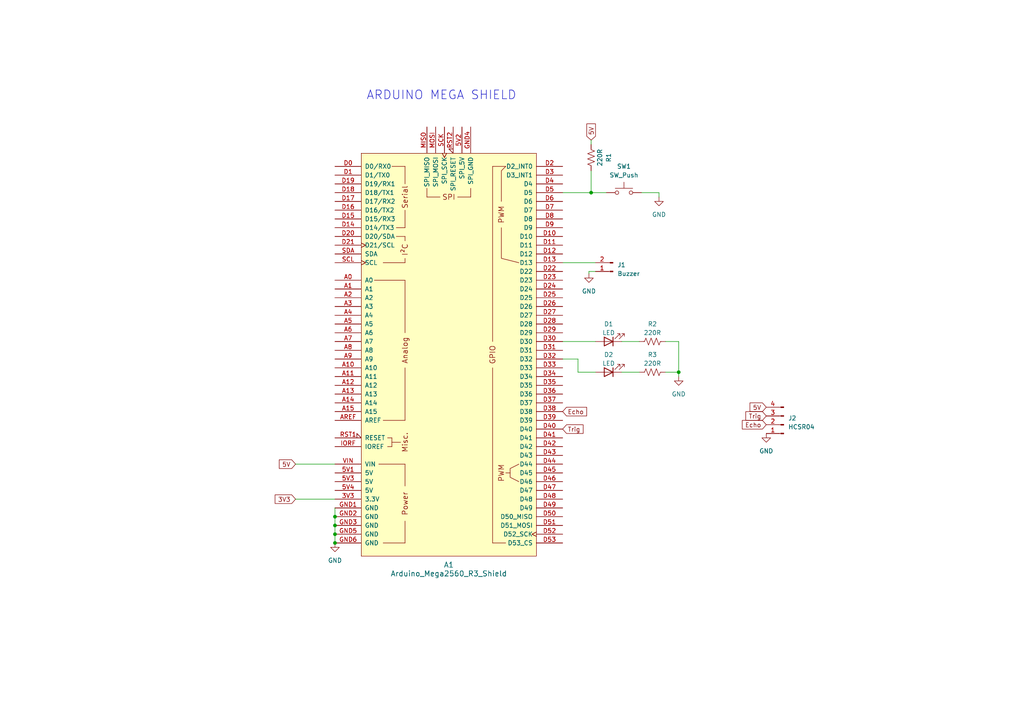
<source format=kicad_sch>
(kicad_sch (version 20230121) (generator eeschema)

  (uuid 118b3c80-52f2-41a6-b448-1e2bd0aa3fe7)

  (paper "A4")

  (title_block
    (title "Projek Mikrokontroler")
    (date "2024-05-11")
    (rev "1.0")
    (company "Politeknik Elektronika Negeri Surabaya")
    (comment 1 "Workshop Mikrokontroler")
    (comment 2 "D3 Teknik Elektronika")
  )

  (lib_symbols
    (symbol "Connector:Conn_01x02_Pin" (pin_names (offset 1.016) hide) (in_bom yes) (on_board yes)
      (property "Reference" "J" (at 0 2.54 0)
        (effects (font (size 1.27 1.27)))
      )
      (property "Value" "Conn_01x02_Pin" (at 0 -5.08 0)
        (effects (font (size 1.27 1.27)))
      )
      (property "Footprint" "" (at 0 0 0)
        (effects (font (size 1.27 1.27)) hide)
      )
      (property "Datasheet" "~" (at 0 0 0)
        (effects (font (size 1.27 1.27)) hide)
      )
      (property "ki_locked" "" (at 0 0 0)
        (effects (font (size 1.27 1.27)))
      )
      (property "ki_keywords" "connector" (at 0 0 0)
        (effects (font (size 1.27 1.27)) hide)
      )
      (property "ki_description" "Generic connector, single row, 01x02, script generated" (at 0 0 0)
        (effects (font (size 1.27 1.27)) hide)
      )
      (property "ki_fp_filters" "Connector*:*_1x??_*" (at 0 0 0)
        (effects (font (size 1.27 1.27)) hide)
      )
      (symbol "Conn_01x02_Pin_1_1"
        (polyline
          (pts
            (xy 1.27 -2.54)
            (xy 0.8636 -2.54)
          )
          (stroke (width 0.1524) (type default))
          (fill (type none))
        )
        (polyline
          (pts
            (xy 1.27 0)
            (xy 0.8636 0)
          )
          (stroke (width 0.1524) (type default))
          (fill (type none))
        )
        (rectangle (start 0.8636 -2.413) (end 0 -2.667)
          (stroke (width 0.1524) (type default))
          (fill (type outline))
        )
        (rectangle (start 0.8636 0.127) (end 0 -0.127)
          (stroke (width 0.1524) (type default))
          (fill (type outline))
        )
        (pin passive line (at 5.08 0 180) (length 3.81)
          (name "Pin_1" (effects (font (size 1.27 1.27))))
          (number "1" (effects (font (size 1.27 1.27))))
        )
        (pin passive line (at 5.08 -2.54 180) (length 3.81)
          (name "Pin_2" (effects (font (size 1.27 1.27))))
          (number "2" (effects (font (size 1.27 1.27))))
        )
      )
    )
    (symbol "Connector:Conn_01x04_Pin" (pin_names (offset 1.016) hide) (in_bom yes) (on_board yes)
      (property "Reference" "J" (at 0 5.08 0)
        (effects (font (size 1.27 1.27)))
      )
      (property "Value" "Conn_01x04_Pin" (at 0 -7.62 0)
        (effects (font (size 1.27 1.27)))
      )
      (property "Footprint" "" (at 0 0 0)
        (effects (font (size 1.27 1.27)) hide)
      )
      (property "Datasheet" "~" (at 0 0 0)
        (effects (font (size 1.27 1.27)) hide)
      )
      (property "ki_locked" "" (at 0 0 0)
        (effects (font (size 1.27 1.27)))
      )
      (property "ki_keywords" "connector" (at 0 0 0)
        (effects (font (size 1.27 1.27)) hide)
      )
      (property "ki_description" "Generic connector, single row, 01x04, script generated" (at 0 0 0)
        (effects (font (size 1.27 1.27)) hide)
      )
      (property "ki_fp_filters" "Connector*:*_1x??_*" (at 0 0 0)
        (effects (font (size 1.27 1.27)) hide)
      )
      (symbol "Conn_01x04_Pin_1_1"
        (polyline
          (pts
            (xy 1.27 -5.08)
            (xy 0.8636 -5.08)
          )
          (stroke (width 0.1524) (type default))
          (fill (type none))
        )
        (polyline
          (pts
            (xy 1.27 -2.54)
            (xy 0.8636 -2.54)
          )
          (stroke (width 0.1524) (type default))
          (fill (type none))
        )
        (polyline
          (pts
            (xy 1.27 0)
            (xy 0.8636 0)
          )
          (stroke (width 0.1524) (type default))
          (fill (type none))
        )
        (polyline
          (pts
            (xy 1.27 2.54)
            (xy 0.8636 2.54)
          )
          (stroke (width 0.1524) (type default))
          (fill (type none))
        )
        (rectangle (start 0.8636 -4.953) (end 0 -5.207)
          (stroke (width 0.1524) (type default))
          (fill (type outline))
        )
        (rectangle (start 0.8636 -2.413) (end 0 -2.667)
          (stroke (width 0.1524) (type default))
          (fill (type outline))
        )
        (rectangle (start 0.8636 0.127) (end 0 -0.127)
          (stroke (width 0.1524) (type default))
          (fill (type outline))
        )
        (rectangle (start 0.8636 2.667) (end 0 2.413)
          (stroke (width 0.1524) (type default))
          (fill (type outline))
        )
        (pin passive line (at 5.08 2.54 180) (length 3.81)
          (name "Pin_1" (effects (font (size 1.27 1.27))))
          (number "1" (effects (font (size 1.27 1.27))))
        )
        (pin passive line (at 5.08 0 180) (length 3.81)
          (name "Pin_2" (effects (font (size 1.27 1.27))))
          (number "2" (effects (font (size 1.27 1.27))))
        )
        (pin passive line (at 5.08 -2.54 180) (length 3.81)
          (name "Pin_3" (effects (font (size 1.27 1.27))))
          (number "3" (effects (font (size 1.27 1.27))))
        )
        (pin passive line (at 5.08 -5.08 180) (length 3.81)
          (name "Pin_4" (effects (font (size 1.27 1.27))))
          (number "4" (effects (font (size 1.27 1.27))))
        )
      )
    )
    (symbol "Device:LED" (pin_numbers hide) (pin_names (offset 1.016) hide) (in_bom yes) (on_board yes)
      (property "Reference" "D" (at 0 2.54 0)
        (effects (font (size 1.27 1.27)))
      )
      (property "Value" "LED" (at 0 -2.54 0)
        (effects (font (size 1.27 1.27)))
      )
      (property "Footprint" "" (at 0 0 0)
        (effects (font (size 1.27 1.27)) hide)
      )
      (property "Datasheet" "~" (at 0 0 0)
        (effects (font (size 1.27 1.27)) hide)
      )
      (property "ki_keywords" "LED diode" (at 0 0 0)
        (effects (font (size 1.27 1.27)) hide)
      )
      (property "ki_description" "Light emitting diode" (at 0 0 0)
        (effects (font (size 1.27 1.27)) hide)
      )
      (property "ki_fp_filters" "LED* LED_SMD:* LED_THT:*" (at 0 0 0)
        (effects (font (size 1.27 1.27)) hide)
      )
      (symbol "LED_0_1"
        (polyline
          (pts
            (xy -1.27 -1.27)
            (xy -1.27 1.27)
          )
          (stroke (width 0.254) (type default))
          (fill (type none))
        )
        (polyline
          (pts
            (xy -1.27 0)
            (xy 1.27 0)
          )
          (stroke (width 0) (type default))
          (fill (type none))
        )
        (polyline
          (pts
            (xy 1.27 -1.27)
            (xy 1.27 1.27)
            (xy -1.27 0)
            (xy 1.27 -1.27)
          )
          (stroke (width 0.254) (type default))
          (fill (type none))
        )
        (polyline
          (pts
            (xy -3.048 -0.762)
            (xy -4.572 -2.286)
            (xy -3.81 -2.286)
            (xy -4.572 -2.286)
            (xy -4.572 -1.524)
          )
          (stroke (width 0) (type default))
          (fill (type none))
        )
        (polyline
          (pts
            (xy -1.778 -0.762)
            (xy -3.302 -2.286)
            (xy -2.54 -2.286)
            (xy -3.302 -2.286)
            (xy -3.302 -1.524)
          )
          (stroke (width 0) (type default))
          (fill (type none))
        )
      )
      (symbol "LED_1_1"
        (pin passive line (at -3.81 0 0) (length 2.54)
          (name "K" (effects (font (size 1.27 1.27))))
          (number "1" (effects (font (size 1.27 1.27))))
        )
        (pin passive line (at 3.81 0 180) (length 2.54)
          (name "A" (effects (font (size 1.27 1.27))))
          (number "2" (effects (font (size 1.27 1.27))))
        )
      )
    )
    (symbol "Device:R_US" (pin_numbers hide) (pin_names (offset 0)) (in_bom yes) (on_board yes)
      (property "Reference" "R" (at 2.54 0 90)
        (effects (font (size 1.27 1.27)))
      )
      (property "Value" "R_US" (at -2.54 0 90)
        (effects (font (size 1.27 1.27)))
      )
      (property "Footprint" "" (at 1.016 -0.254 90)
        (effects (font (size 1.27 1.27)) hide)
      )
      (property "Datasheet" "~" (at 0 0 0)
        (effects (font (size 1.27 1.27)) hide)
      )
      (property "ki_keywords" "R res resistor" (at 0 0 0)
        (effects (font (size 1.27 1.27)) hide)
      )
      (property "ki_description" "Resistor, US symbol" (at 0 0 0)
        (effects (font (size 1.27 1.27)) hide)
      )
      (property "ki_fp_filters" "R_*" (at 0 0 0)
        (effects (font (size 1.27 1.27)) hide)
      )
      (symbol "R_US_0_1"
        (polyline
          (pts
            (xy 0 -2.286)
            (xy 0 -2.54)
          )
          (stroke (width 0) (type default))
          (fill (type none))
        )
        (polyline
          (pts
            (xy 0 2.286)
            (xy 0 2.54)
          )
          (stroke (width 0) (type default))
          (fill (type none))
        )
        (polyline
          (pts
            (xy 0 -0.762)
            (xy 1.016 -1.143)
            (xy 0 -1.524)
            (xy -1.016 -1.905)
            (xy 0 -2.286)
          )
          (stroke (width 0) (type default))
          (fill (type none))
        )
        (polyline
          (pts
            (xy 0 0.762)
            (xy 1.016 0.381)
            (xy 0 0)
            (xy -1.016 -0.381)
            (xy 0 -0.762)
          )
          (stroke (width 0) (type default))
          (fill (type none))
        )
        (polyline
          (pts
            (xy 0 2.286)
            (xy 1.016 1.905)
            (xy 0 1.524)
            (xy -1.016 1.143)
            (xy 0 0.762)
          )
          (stroke (width 0) (type default))
          (fill (type none))
        )
      )
      (symbol "R_US_1_1"
        (pin passive line (at 0 3.81 270) (length 1.27)
          (name "~" (effects (font (size 1.27 1.27))))
          (number "1" (effects (font (size 1.27 1.27))))
        )
        (pin passive line (at 0 -3.81 90) (length 1.27)
          (name "~" (effects (font (size 1.27 1.27))))
          (number "2" (effects (font (size 1.27 1.27))))
        )
      )
    )
    (symbol "PCM_arduino-library:Arduino_Mega2560_R3_Shield" (pin_names (offset 1.016)) (in_bom yes) (on_board yes)
      (property "Reference" "A" (at 0 -62.23 0)
        (effects (font (size 1.524 1.524)))
      )
      (property "Value" "Arduino_Mega2560_R3_Shield" (at 0 -66.04 0)
        (effects (font (size 1.524 1.524)))
      )
      (property "Footprint" "PCM_arduino-library:Arduino_Mega2560_R3_Shield" (at 0 -73.66 0)
        (effects (font (size 1.524 1.524)) hide)
      )
      (property "Datasheet" "https://docs.arduino.cc/hardware/mega-2560" (at 0 -69.85 0)
        (effects (font (size 1.524 1.524)) hide)
      )
      (property "ki_keywords" "Arduino MPU Shield" (at 0 0 0)
        (effects (font (size 1.27 1.27)) hide)
      )
      (property "ki_description" "Shield for Arduino Mega 2560 R3" (at 0 0 0)
        (effects (font (size 1.27 1.27)) hide)
      )
      (property "ki_fp_filters" "Arduino_Mega2560_R3_Shield" (at 0 0 0)
        (effects (font (size 1.27 1.27)) hide)
      )
      (symbol "Arduino_Mega2560_R3_Shield_0_0"
        (rectangle (start -25.4 -58.42) (end 25.4 58.42)
          (stroke (width 0) (type default))
          (fill (type background))
        )
        (rectangle (start -20.32 -31.75) (end -12.7 -31.75)
          (stroke (width 0) (type default))
          (fill (type none))
        )
        (rectangle (start -19.05 -54.61) (end -12.7 -54.61)
          (stroke (width 0) (type default))
          (fill (type none))
        )
        (rectangle (start -19.05 -19.05) (end -12.7 -19.05)
          (stroke (width 0) (type default))
          (fill (type none))
        )
        (rectangle (start -19.05 26.67) (end -12.7 26.67)
          (stroke (width 0) (type default))
          (fill (type none))
        )
        (rectangle (start -17.78 -26.67) (end -16.51 -26.67)
          (stroke (width 0) (type default))
          (fill (type none))
        )
        (rectangle (start -17.78 -24.13) (end -16.51 -24.13)
          (stroke (width 0) (type default))
          (fill (type none))
        )
        (rectangle (start -16.51 -25.4) (end -13.97 -25.4)
          (stroke (width 0) (type default))
          (fill (type none))
        )
        (rectangle (start -16.51 -24.13) (end -16.51 -26.67)
          (stroke (width 0) (type default))
          (fill (type none))
        )
        (rectangle (start -16.51 54.61) (end -12.7 54.61)
          (stroke (width 0) (type default))
          (fill (type none))
        )
        (rectangle (start -15.24 34.29) (end -12.7 34.29)
          (stroke (width 0) (type default))
          (fill (type none))
        )
        (rectangle (start -15.24 36.83) (end -12.7 36.83)
          (stroke (width 0) (type default))
          (fill (type none))
        )
        (rectangle (start -12.7 -54.61) (end -12.7 -48.26)
          (stroke (width 0) (type default))
          (fill (type none))
        )
        (rectangle (start -12.7 -31.75) (end -12.7 -38.1)
          (stroke (width 0) (type default))
          (fill (type none))
        )
        (rectangle (start -12.7 26.67) (end -12.7 27.94)
          (stroke (width 0) (type default))
          (fill (type none))
        )
        (rectangle (start -12.7 34.29) (end -12.7 33.02)
          (stroke (width 0) (type default))
          (fill (type none))
        )
        (rectangle (start -12.7 41.91) (end -12.7 36.83)
          (stroke (width 0) (type default))
          (fill (type none))
        )
        (rectangle (start -12.7 49.53) (end -12.7 54.61)
          (stroke (width 0) (type default))
          (fill (type none))
        )
        (rectangle (start -6.35 48.26) (end -6.35 45.72)
          (stroke (width 0) (type default))
          (fill (type none))
        )
        (rectangle (start -2.54 45.72) (end -6.35 45.72)
          (stroke (width 0) (type default))
          (fill (type none))
        )
        (polyline
          (pts
            (xy -21.59 21.59)
            (xy -12.7 21.59)
          )
          (stroke (width 0) (type default))
          (fill (type none))
        )
        (polyline
          (pts
            (xy -12.7 -19.05)
            (xy -12.7 -3.81)
          )
          (stroke (width 0) (type default))
          (fill (type none))
        )
        (polyline
          (pts
            (xy -12.7 6.35)
            (xy -12.7 21.59)
          )
          (stroke (width 0) (type default))
          (fill (type none))
        )
        (polyline
          (pts
            (xy 12.7 -54.61)
            (xy 16.51 -54.61)
          )
          (stroke (width 0) (type default))
          (fill (type none))
        )
        (polyline
          (pts
            (xy 12.7 54.61)
            (xy 16.51 54.61)
          )
          (stroke (width 0) (type default))
          (fill (type none))
        )
        (polyline
          (pts
            (xy 17.78 -34.29)
            (xy 16.51 -34.29)
          )
          (stroke (width 0) (type default))
          (fill (type none))
        )
        (polyline
          (pts
            (xy 15.24 36.83)
            (xy 15.24 27.94)
            (xy 20.32 26.67)
          )
          (stroke (width 0) (type default))
          (fill (type none))
        )
        (polyline
          (pts
            (xy 15.24 44.45)
            (xy 15.24 53.34)
            (xy 16.51 54.61)
          )
          (stroke (width 0) (type default))
          (fill (type none))
        )
        (polyline
          (pts
            (xy 20.32 -31.75)
            (xy 17.78 -33.02)
            (xy 17.78 -35.56)
            (xy 20.32 -36.83)
          )
          (stroke (width 0) (type default))
          (fill (type none))
        )
        (rectangle (start 6.35 45.72) (end 2.54 45.72)
          (stroke (width 0) (type default))
          (fill (type none))
        )
        (rectangle (start 6.35 48.26) (end 6.35 45.72)
          (stroke (width 0) (type default))
          (fill (type none))
        )
        (text "Analog" (at -12.7 1.27 900)
          (effects (font (size 1.524 1.524)))
        )
        (text "I²C" (at -12.7 30.48 900)
          (effects (font (size 1.524 1.524)))
        )
        (text "Misc." (at -12.7 -25.4 900)
          (effects (font (size 1.524 1.524)))
        )
        (text "Power" (at -12.7 -43.18 900)
          (effects (font (size 1.524 1.524)))
        )
        (text "PWM" (at 15.24 -34.29 900)
          (effects (font (size 1.524 1.524)))
        )
        (text "PWM" (at 15.24 40.64 900)
          (effects (font (size 1.524 1.524)))
        )
        (text "Serial" (at -12.7 45.72 900)
          (effects (font (size 1.524 1.524)))
        )
        (text "SPI" (at 0 45.72 0)
          (effects (font (size 1.524 1.524)))
        )
      )
      (symbol "Arduino_Mega2560_R3_Shield_1_0"
        (rectangle (start 12.7 -54.61) (end 12.7 -3.81)
          (stroke (width 0) (type default))
          (fill (type none))
        )
        (rectangle (start 12.7 54.61) (end 12.7 3.81)
          (stroke (width 0) (type default))
          (fill (type none))
        )
        (text "GPIO" (at 12.7 0 900)
          (effects (font (size 1.524 1.524)))
        )
      )
      (symbol "Arduino_Mega2560_R3_Shield_1_1"
        (pin power_out line (at -33.02 -41.91 0) (length 7.62)
          (name "3.3V" (effects (font (size 1.27 1.27))))
          (number "3V3" (effects (font (size 1.27 1.27))))
        )
        (pin power_in line (at -33.02 -34.29 0) (length 7.62)
          (name "5V" (effects (font (size 1.27 1.27))))
          (number "5V1" (effects (font (size 1.27 1.27))))
        )
        (pin power_in line (at 3.81 66.04 270) (length 7.62)
          (name "SPI_5V" (effects (font (size 1.27 1.27))))
          (number "5V2" (effects (font (size 1.27 1.27))))
        )
        (pin power_in line (at -33.02 -36.83 0) (length 7.62)
          (name "5V" (effects (font (size 1.27 1.27))))
          (number "5V3" (effects (font (size 1.27 1.27))))
        )
        (pin power_in line (at -33.02 -39.37 0) (length 7.62)
          (name "5V" (effects (font (size 1.27 1.27))))
          (number "5V4" (effects (font (size 1.27 1.27))))
        )
        (pin bidirectional line (at -33.02 21.59 0) (length 7.62)
          (name "A0" (effects (font (size 1.27 1.27))))
          (number "A0" (effects (font (size 1.27 1.27))))
        )
        (pin bidirectional line (at -33.02 19.05 0) (length 7.62)
          (name "A1" (effects (font (size 1.27 1.27))))
          (number "A1" (effects (font (size 1.27 1.27))))
        )
        (pin bidirectional line (at -33.02 -3.81 0) (length 7.62)
          (name "A10" (effects (font (size 1.27 1.27))))
          (number "A10" (effects (font (size 1.27 1.27))))
        )
        (pin bidirectional line (at -33.02 -6.35 0) (length 7.62)
          (name "A11" (effects (font (size 1.27 1.27))))
          (number "A11" (effects (font (size 1.27 1.27))))
        )
        (pin bidirectional line (at -33.02 -8.89 0) (length 7.62)
          (name "A12" (effects (font (size 1.27 1.27))))
          (number "A12" (effects (font (size 1.27 1.27))))
        )
        (pin bidirectional line (at -33.02 -11.43 0) (length 7.62)
          (name "A13" (effects (font (size 1.27 1.27))))
          (number "A13" (effects (font (size 1.27 1.27))))
        )
        (pin bidirectional line (at -33.02 -13.97 0) (length 7.62)
          (name "A14" (effects (font (size 1.27 1.27))))
          (number "A14" (effects (font (size 1.27 1.27))))
        )
        (pin bidirectional line (at -33.02 -16.51 0) (length 7.62)
          (name "A15" (effects (font (size 1.27 1.27))))
          (number "A15" (effects (font (size 1.27 1.27))))
        )
        (pin bidirectional line (at -33.02 16.51 0) (length 7.62)
          (name "A2" (effects (font (size 1.27 1.27))))
          (number "A2" (effects (font (size 1.27 1.27))))
        )
        (pin bidirectional line (at -33.02 13.97 0) (length 7.62)
          (name "A3" (effects (font (size 1.27 1.27))))
          (number "A3" (effects (font (size 1.27 1.27))))
        )
        (pin bidirectional line (at -33.02 11.43 0) (length 7.62)
          (name "A4" (effects (font (size 1.27 1.27))))
          (number "A4" (effects (font (size 1.27 1.27))))
        )
        (pin bidirectional line (at -33.02 8.89 0) (length 7.62)
          (name "A5" (effects (font (size 1.27 1.27))))
          (number "A5" (effects (font (size 1.27 1.27))))
        )
        (pin bidirectional line (at -33.02 6.35 0) (length 7.62)
          (name "A6" (effects (font (size 1.27 1.27))))
          (number "A6" (effects (font (size 1.27 1.27))))
        )
        (pin bidirectional line (at -33.02 3.81 0) (length 7.62)
          (name "A7" (effects (font (size 1.27 1.27))))
          (number "A7" (effects (font (size 1.27 1.27))))
        )
        (pin bidirectional line (at -33.02 1.27 0) (length 7.62)
          (name "A8" (effects (font (size 1.27 1.27))))
          (number "A8" (effects (font (size 1.27 1.27))))
        )
        (pin bidirectional line (at -33.02 -1.27 0) (length 7.62)
          (name "A9" (effects (font (size 1.27 1.27))))
          (number "A9" (effects (font (size 1.27 1.27))))
        )
        (pin input line (at -33.02 -19.05 0) (length 7.62)
          (name "AREF" (effects (font (size 1.27 1.27))))
          (number "AREF" (effects (font (size 1.27 1.27))))
        )
        (pin bidirectional line (at -33.02 54.61 0) (length 7.62)
          (name "D0/RX0" (effects (font (size 1.27 1.27))))
          (number "D0" (effects (font (size 1.27 1.27))))
        )
        (pin bidirectional line (at -33.02 52.07 0) (length 7.62)
          (name "D1/TX0" (effects (font (size 1.27 1.27))))
          (number "D1" (effects (font (size 1.27 1.27))))
        )
        (pin bidirectional line (at 33.02 34.29 180) (length 7.62)
          (name "D10" (effects (font (size 1.27 1.27))))
          (number "D10" (effects (font (size 1.27 1.27))))
        )
        (pin bidirectional line (at 33.02 31.75 180) (length 7.62)
          (name "D11" (effects (font (size 1.27 1.27))))
          (number "D11" (effects (font (size 1.27 1.27))))
        )
        (pin bidirectional line (at 33.02 29.21 180) (length 7.62)
          (name "D12" (effects (font (size 1.27 1.27))))
          (number "D12" (effects (font (size 1.27 1.27))))
        )
        (pin bidirectional line (at 33.02 26.67 180) (length 7.62)
          (name "D13" (effects (font (size 1.27 1.27))))
          (number "D13" (effects (font (size 1.27 1.27))))
        )
        (pin bidirectional line (at -33.02 36.83 0) (length 7.62)
          (name "D14/TX3" (effects (font (size 1.27 1.27))))
          (number "D14" (effects (font (size 1.27 1.27))))
        )
        (pin bidirectional line (at -33.02 39.37 0) (length 7.62)
          (name "D15/RX3" (effects (font (size 1.27 1.27))))
          (number "D15" (effects (font (size 1.27 1.27))))
        )
        (pin bidirectional line (at -33.02 41.91 0) (length 7.62)
          (name "D16/TX2" (effects (font (size 1.27 1.27))))
          (number "D16" (effects (font (size 1.27 1.27))))
        )
        (pin bidirectional line (at -33.02 44.45 0) (length 7.62)
          (name "D17/RX2" (effects (font (size 1.27 1.27))))
          (number "D17" (effects (font (size 1.27 1.27))))
        )
        (pin bidirectional line (at -33.02 46.99 0) (length 7.62)
          (name "D18/TX1" (effects (font (size 1.27 1.27))))
          (number "D18" (effects (font (size 1.27 1.27))))
        )
        (pin bidirectional line (at -33.02 49.53 0) (length 7.62)
          (name "D19/RX1" (effects (font (size 1.27 1.27))))
          (number "D19" (effects (font (size 1.27 1.27))))
        )
        (pin bidirectional line (at 33.02 54.61 180) (length 7.62)
          (name "D2_INT0" (effects (font (size 1.27 1.27))))
          (number "D2" (effects (font (size 1.27 1.27))))
        )
        (pin bidirectional line (at -33.02 34.29 0) (length 7.62)
          (name "D20/SDA" (effects (font (size 1.27 1.27))))
          (number "D20" (effects (font (size 1.27 1.27))))
        )
        (pin bidirectional clock (at -33.02 31.75 0) (length 7.62)
          (name "D21/SCL" (effects (font (size 1.27 1.27))))
          (number "D21" (effects (font (size 1.27 1.27))))
        )
        (pin bidirectional line (at 33.02 24.13 180) (length 7.62)
          (name "D22" (effects (font (size 1.27 1.27))))
          (number "D22" (effects (font (size 1.27 1.27))))
        )
        (pin bidirectional line (at 33.02 21.59 180) (length 7.62)
          (name "D23" (effects (font (size 1.27 1.27))))
          (number "D23" (effects (font (size 1.27 1.27))))
        )
        (pin bidirectional line (at 33.02 19.05 180) (length 7.62)
          (name "D24" (effects (font (size 1.27 1.27))))
          (number "D24" (effects (font (size 1.27 1.27))))
        )
        (pin bidirectional line (at 33.02 16.51 180) (length 7.62)
          (name "D25" (effects (font (size 1.27 1.27))))
          (number "D25" (effects (font (size 1.27 1.27))))
        )
        (pin bidirectional line (at 33.02 13.97 180) (length 7.62)
          (name "D26" (effects (font (size 1.27 1.27))))
          (number "D26" (effects (font (size 1.27 1.27))))
        )
        (pin bidirectional line (at 33.02 11.43 180) (length 7.62)
          (name "D27" (effects (font (size 1.27 1.27))))
          (number "D27" (effects (font (size 1.27 1.27))))
        )
        (pin bidirectional line (at 33.02 8.89 180) (length 7.62)
          (name "D28" (effects (font (size 1.27 1.27))))
          (number "D28" (effects (font (size 1.27 1.27))))
        )
        (pin bidirectional line (at 33.02 6.35 180) (length 7.62)
          (name "D29" (effects (font (size 1.27 1.27))))
          (number "D29" (effects (font (size 1.27 1.27))))
        )
        (pin bidirectional line (at 33.02 52.07 180) (length 7.62)
          (name "D3_INT1" (effects (font (size 1.27 1.27))))
          (number "D3" (effects (font (size 1.27 1.27))))
        )
        (pin bidirectional line (at 33.02 3.81 180) (length 7.62)
          (name "D30" (effects (font (size 1.27 1.27))))
          (number "D30" (effects (font (size 1.27 1.27))))
        )
        (pin bidirectional line (at 33.02 1.27 180) (length 7.62)
          (name "D31" (effects (font (size 1.27 1.27))))
          (number "D31" (effects (font (size 1.27 1.27))))
        )
        (pin bidirectional line (at 33.02 -1.27 180) (length 7.62)
          (name "D32" (effects (font (size 1.27 1.27))))
          (number "D32" (effects (font (size 1.27 1.27))))
        )
        (pin bidirectional line (at 33.02 -3.81 180) (length 7.62)
          (name "D33" (effects (font (size 1.27 1.27))))
          (number "D33" (effects (font (size 1.27 1.27))))
        )
        (pin bidirectional line (at 33.02 -6.35 180) (length 7.62)
          (name "D34" (effects (font (size 1.27 1.27))))
          (number "D34" (effects (font (size 1.27 1.27))))
        )
        (pin bidirectional line (at 33.02 -8.89 180) (length 7.62)
          (name "D35" (effects (font (size 1.27 1.27))))
          (number "D35" (effects (font (size 1.27 1.27))))
        )
        (pin bidirectional line (at 33.02 -11.43 180) (length 7.62)
          (name "D36" (effects (font (size 1.27 1.27))))
          (number "D36" (effects (font (size 1.27 1.27))))
        )
        (pin bidirectional line (at 33.02 -13.97 180) (length 7.62)
          (name "D37" (effects (font (size 1.27 1.27))))
          (number "D37" (effects (font (size 1.27 1.27))))
        )
        (pin bidirectional line (at 33.02 -16.51 180) (length 7.62)
          (name "D38" (effects (font (size 1.27 1.27))))
          (number "D38" (effects (font (size 1.27 1.27))))
        )
        (pin bidirectional line (at 33.02 -19.05 180) (length 7.62)
          (name "D39" (effects (font (size 1.27 1.27))))
          (number "D39" (effects (font (size 1.27 1.27))))
        )
        (pin bidirectional line (at 33.02 49.53 180) (length 7.62)
          (name "D4" (effects (font (size 1.27 1.27))))
          (number "D4" (effects (font (size 1.27 1.27))))
        )
        (pin bidirectional line (at 33.02 -21.59 180) (length 7.62)
          (name "D40" (effects (font (size 1.27 1.27))))
          (number "D40" (effects (font (size 1.27 1.27))))
        )
        (pin bidirectional line (at 33.02 -24.13 180) (length 7.62)
          (name "D41" (effects (font (size 1.27 1.27))))
          (number "D41" (effects (font (size 1.27 1.27))))
        )
        (pin bidirectional line (at 33.02 -26.67 180) (length 7.62)
          (name "D42" (effects (font (size 1.27 1.27))))
          (number "D42" (effects (font (size 1.27 1.27))))
        )
        (pin bidirectional line (at 33.02 -29.21 180) (length 7.62)
          (name "D43" (effects (font (size 1.27 1.27))))
          (number "D43" (effects (font (size 1.27 1.27))))
        )
        (pin bidirectional line (at 33.02 -31.75 180) (length 7.62)
          (name "D44" (effects (font (size 1.27 1.27))))
          (number "D44" (effects (font (size 1.27 1.27))))
        )
        (pin bidirectional line (at 33.02 -34.29 180) (length 7.62)
          (name "D45" (effects (font (size 1.27 1.27))))
          (number "D45" (effects (font (size 1.27 1.27))))
        )
        (pin bidirectional line (at 33.02 -36.83 180) (length 7.62)
          (name "D46" (effects (font (size 1.27 1.27))))
          (number "D46" (effects (font (size 1.27 1.27))))
        )
        (pin bidirectional line (at 33.02 -39.37 180) (length 7.62)
          (name "D47" (effects (font (size 1.27 1.27))))
          (number "D47" (effects (font (size 1.27 1.27))))
        )
        (pin bidirectional line (at 33.02 -41.91 180) (length 7.62)
          (name "D48" (effects (font (size 1.27 1.27))))
          (number "D48" (effects (font (size 1.27 1.27))))
        )
        (pin bidirectional line (at 33.02 -44.45 180) (length 7.62)
          (name "D49" (effects (font (size 1.27 1.27))))
          (number "D49" (effects (font (size 1.27 1.27))))
        )
        (pin bidirectional line (at 33.02 46.99 180) (length 7.62)
          (name "D5" (effects (font (size 1.27 1.27))))
          (number "D5" (effects (font (size 1.27 1.27))))
        )
        (pin bidirectional line (at 33.02 -46.99 180) (length 7.62)
          (name "D50_MISO" (effects (font (size 1.27 1.27))))
          (number "D50" (effects (font (size 1.27 1.27))))
        )
        (pin bidirectional line (at 33.02 -49.53 180) (length 7.62)
          (name "D51_MOSI" (effects (font (size 1.27 1.27))))
          (number "D51" (effects (font (size 1.27 1.27))))
        )
        (pin bidirectional clock (at 33.02 -52.07 180) (length 7.62)
          (name "D52_SCK" (effects (font (size 1.27 1.27))))
          (number "D52" (effects (font (size 1.27 1.27))))
        )
        (pin bidirectional line (at 33.02 -54.61 180) (length 7.62)
          (name "D53_CS" (effects (font (size 1.27 1.27))))
          (number "D53" (effects (font (size 1.27 1.27))))
        )
        (pin bidirectional line (at 33.02 44.45 180) (length 7.62)
          (name "D6" (effects (font (size 1.27 1.27))))
          (number "D6" (effects (font (size 1.27 1.27))))
        )
        (pin bidirectional line (at 33.02 41.91 180) (length 7.62)
          (name "D7" (effects (font (size 1.27 1.27))))
          (number "D7" (effects (font (size 1.27 1.27))))
        )
        (pin bidirectional line (at 33.02 39.37 180) (length 7.62)
          (name "D8" (effects (font (size 1.27 1.27))))
          (number "D8" (effects (font (size 1.27 1.27))))
        )
        (pin bidirectional line (at 33.02 36.83 180) (length 7.62)
          (name "D9" (effects (font (size 1.27 1.27))))
          (number "D9" (effects (font (size 1.27 1.27))))
        )
        (pin power_in line (at -33.02 -44.45 0) (length 7.62)
          (name "GND" (effects (font (size 1.27 1.27))))
          (number "GND1" (effects (font (size 1.27 1.27))))
        )
        (pin power_in line (at -33.02 -46.99 0) (length 7.62)
          (name "GND" (effects (font (size 1.27 1.27))))
          (number "GND2" (effects (font (size 1.27 1.27))))
        )
        (pin power_in line (at -33.02 -49.53 0) (length 7.62)
          (name "GND" (effects (font (size 1.27 1.27))))
          (number "GND3" (effects (font (size 1.27 1.27))))
        )
        (pin power_in line (at 6.35 66.04 270) (length 7.62)
          (name "SPI_GND" (effects (font (size 1.27 1.27))))
          (number "GND4" (effects (font (size 1.27 1.27))))
        )
        (pin power_in line (at -33.02 -52.07 0) (length 7.62)
          (name "GND" (effects (font (size 1.27 1.27))))
          (number "GND5" (effects (font (size 1.27 1.27))))
        )
        (pin power_in line (at -33.02 -54.61 0) (length 7.62)
          (name "GND" (effects (font (size 1.27 1.27))))
          (number "GND6" (effects (font (size 1.27 1.27))))
        )
        (pin output line (at -33.02 -26.67 0) (length 7.62)
          (name "IOREF" (effects (font (size 1.27 1.27))))
          (number "IORF" (effects (font (size 1.27 1.27))))
        )
        (pin input line (at -6.35 66.04 270) (length 7.62)
          (name "SPI_MISO" (effects (font (size 1.27 1.27))))
          (number "MISO" (effects (font (size 1.27 1.27))))
        )
        (pin output line (at -3.81 66.04 270) (length 7.62)
          (name "SPI_MOSI" (effects (font (size 1.27 1.27))))
          (number "MOSI" (effects (font (size 1.27 1.27))))
        )
        (pin open_collector input_low (at -33.02 -24.13 0) (length 7.62)
          (name "RESET" (effects (font (size 1.27 1.27))))
          (number "RST1" (effects (font (size 1.27 1.27))))
        )
        (pin open_collector input_low (at 1.27 66.04 270) (length 7.62)
          (name "SPI_RESET" (effects (font (size 1.27 1.27))))
          (number "RST2" (effects (font (size 1.27 1.27))))
        )
        (pin output clock (at -1.27 66.04 270) (length 7.62)
          (name "SPI_SCK" (effects (font (size 1.27 1.27))))
          (number "SCK" (effects (font (size 1.27 1.27))))
        )
        (pin bidirectional clock (at -33.02 26.67 0) (length 7.62)
          (name "SCL" (effects (font (size 1.27 1.27))))
          (number "SCL" (effects (font (size 1.27 1.27))))
        )
        (pin bidirectional line (at -33.02 29.21 0) (length 7.62)
          (name "SDA" (effects (font (size 1.27 1.27))))
          (number "SDA" (effects (font (size 1.27 1.27))))
        )
        (pin power_in line (at -33.02 -31.75 0) (length 7.62)
          (name "VIN" (effects (font (size 1.27 1.27))))
          (number "VIN" (effects (font (size 1.27 1.27))))
        )
      )
    )
    (symbol "Switch:SW_Push" (pin_numbers hide) (pin_names (offset 1.016) hide) (in_bom yes) (on_board yes)
      (property "Reference" "SW" (at 1.27 2.54 0)
        (effects (font (size 1.27 1.27)) (justify left))
      )
      (property "Value" "SW_Push" (at 0 -1.524 0)
        (effects (font (size 1.27 1.27)))
      )
      (property "Footprint" "" (at 0 5.08 0)
        (effects (font (size 1.27 1.27)) hide)
      )
      (property "Datasheet" "~" (at 0 5.08 0)
        (effects (font (size 1.27 1.27)) hide)
      )
      (property "ki_keywords" "switch normally-open pushbutton push-button" (at 0 0 0)
        (effects (font (size 1.27 1.27)) hide)
      )
      (property "ki_description" "Push button switch, generic, two pins" (at 0 0 0)
        (effects (font (size 1.27 1.27)) hide)
      )
      (symbol "SW_Push_0_1"
        (circle (center -2.032 0) (radius 0.508)
          (stroke (width 0) (type default))
          (fill (type none))
        )
        (polyline
          (pts
            (xy 0 1.27)
            (xy 0 3.048)
          )
          (stroke (width 0) (type default))
          (fill (type none))
        )
        (polyline
          (pts
            (xy 2.54 1.27)
            (xy -2.54 1.27)
          )
          (stroke (width 0) (type default))
          (fill (type none))
        )
        (circle (center 2.032 0) (radius 0.508)
          (stroke (width 0) (type default))
          (fill (type none))
        )
        (pin passive line (at -5.08 0 0) (length 2.54)
          (name "1" (effects (font (size 1.27 1.27))))
          (number "1" (effects (font (size 1.27 1.27))))
        )
        (pin passive line (at 5.08 0 180) (length 2.54)
          (name "2" (effects (font (size 1.27 1.27))))
          (number "2" (effects (font (size 1.27 1.27))))
        )
      )
    )
    (symbol "power:GND" (power) (pin_names (offset 0)) (in_bom yes) (on_board yes)
      (property "Reference" "#PWR" (at 0 -6.35 0)
        (effects (font (size 1.27 1.27)) hide)
      )
      (property "Value" "GND" (at 0 -3.81 0)
        (effects (font (size 1.27 1.27)))
      )
      (property "Footprint" "" (at 0 0 0)
        (effects (font (size 1.27 1.27)) hide)
      )
      (property "Datasheet" "" (at 0 0 0)
        (effects (font (size 1.27 1.27)) hide)
      )
      (property "ki_keywords" "global power" (at 0 0 0)
        (effects (font (size 1.27 1.27)) hide)
      )
      (property "ki_description" "Power symbol creates a global label with name \"GND\" , ground" (at 0 0 0)
        (effects (font (size 1.27 1.27)) hide)
      )
      (symbol "GND_0_1"
        (polyline
          (pts
            (xy 0 0)
            (xy 0 -1.27)
            (xy 1.27 -1.27)
            (xy 0 -2.54)
            (xy -1.27 -1.27)
            (xy 0 -1.27)
          )
          (stroke (width 0) (type default))
          (fill (type none))
        )
      )
      (symbol "GND_1_1"
        (pin power_in line (at 0 0 270) (length 0) hide
          (name "GND" (effects (font (size 1.27 1.27))))
          (number "1" (effects (font (size 1.27 1.27))))
        )
      )
    )
  )

  (junction (at 97.155 154.94) (diameter 0) (color 0 0 0 0)
    (uuid 0df902f0-4a2e-48ef-901a-86c3507e5f7f)
  )
  (junction (at 97.155 149.86) (diameter 0) (color 0 0 0 0)
    (uuid 52d4658b-1485-4c39-bd17-c07096d5b850)
  )
  (junction (at 196.85 107.95) (diameter 0) (color 0 0 0 0)
    (uuid 5c5eb128-c3e7-415b-ac23-dd4b77e84cdd)
  )
  (junction (at 97.155 152.4) (diameter 0) (color 0 0 0 0)
    (uuid 631fdf01-813c-481b-99c1-8ec4c64b2274)
  )
  (junction (at 97.155 157.48) (diameter 0) (color 0 0 0 0)
    (uuid 7753f69d-8713-48b7-b684-d8f13b339187)
  )
  (junction (at 171.45 55.88) (diameter 0) (color 0 0 0 0)
    (uuid d35d00aa-2a53-486f-b8ed-880cb613811f)
  )

  (wire (pts (xy 196.85 107.95) (xy 196.85 109.22))
    (stroke (width 0) (type default))
    (uuid 00b1432d-996d-43a9-ae30-2ec222d048de)
  )
  (wire (pts (xy 163.195 99.06) (xy 172.72 99.06))
    (stroke (width 0) (type default))
    (uuid 0394deb4-e7cf-4858-967e-35bb7c5e8372)
  )
  (wire (pts (xy 193.04 107.95) (xy 196.85 107.95))
    (stroke (width 0) (type default))
    (uuid 03a51b4b-0c1d-4262-ab38-1d93148bc07d)
  )
  (wire (pts (xy 172.72 107.95) (xy 167.64 107.95))
    (stroke (width 0) (type default))
    (uuid 192afd88-5c90-4814-90cf-34fe376e5f4f)
  )
  (wire (pts (xy 85.725 144.78) (xy 97.155 144.78))
    (stroke (width 0) (type default))
    (uuid 1e7aeec9-b559-4996-9bcf-2980e285f217)
  )
  (wire (pts (xy 97.155 154.94) (xy 97.155 157.48))
    (stroke (width 0) (type default))
    (uuid 26b5ab4e-378f-47ce-acf6-704793aa07d7)
  )
  (wire (pts (xy 170.815 78.74) (xy 170.815 79.375))
    (stroke (width 0) (type default))
    (uuid 3466e588-7cbd-416d-ab55-8f261708e234)
  )
  (wire (pts (xy 175.895 55.88) (xy 171.45 55.88))
    (stroke (width 0) (type default))
    (uuid 35f70d05-44bf-40af-a950-7d55db84f4ca)
  )
  (wire (pts (xy 180.34 99.06) (xy 185.42 99.06))
    (stroke (width 0) (type default))
    (uuid 5e5bb2f6-6137-47d2-9589-3c3476f4bdb5)
  )
  (wire (pts (xy 191.135 55.88) (xy 186.055 55.88))
    (stroke (width 0) (type default))
    (uuid 65f2aad6-93c2-4f22-bce0-bd8d9db40e74)
  )
  (wire (pts (xy 85.725 134.62) (xy 97.155 134.62))
    (stroke (width 0) (type default))
    (uuid 6cc887b8-4c03-4c3a-8554-2945b41faace)
  )
  (wire (pts (xy 193.04 99.06) (xy 196.85 99.06))
    (stroke (width 0) (type default))
    (uuid 7545bef7-653d-4229-88f4-fd0b4558533e)
  )
  (wire (pts (xy 97.155 152.4) (xy 97.155 154.94))
    (stroke (width 0) (type default))
    (uuid 76f11420-57e2-45c0-988c-31776619dd1e)
  )
  (wire (pts (xy 171.45 41.91) (xy 171.45 40.64))
    (stroke (width 0) (type default))
    (uuid 7ae0dbe1-7fa9-4764-8d03-fffd196eacf2)
  )
  (wire (pts (xy 171.45 49.53) (xy 171.45 55.88))
    (stroke (width 0) (type default))
    (uuid 97306af0-dc10-4c67-8a8c-c778909e56d0)
  )
  (wire (pts (xy 172.72 78.74) (xy 170.815 78.74))
    (stroke (width 0) (type default))
    (uuid 9c76dce8-8b17-44e2-9a9f-20672a557387)
  )
  (wire (pts (xy 180.34 107.95) (xy 185.42 107.95))
    (stroke (width 0) (type default))
    (uuid 9ce18683-2c4d-4e2f-ae8a-f0238ce2ed2f)
  )
  (wire (pts (xy 167.64 104.14) (xy 163.195 104.14))
    (stroke (width 0) (type default))
    (uuid 9e8d401b-2c2e-4385-9d98-2097d0886b47)
  )
  (wire (pts (xy 163.195 76.2) (xy 172.72 76.2))
    (stroke (width 0) (type default))
    (uuid a488b716-e456-48df-bb5a-1647e5b97c65)
  )
  (wire (pts (xy 196.85 99.06) (xy 196.85 107.95))
    (stroke (width 0) (type default))
    (uuid adf5a1a9-cca1-406c-886b-2122b86f2208)
  )
  (wire (pts (xy 191.135 57.15) (xy 191.135 55.88))
    (stroke (width 0) (type default))
    (uuid c99d2852-818d-4783-a62d-b9f2ae71d39d)
  )
  (wire (pts (xy 97.155 149.86) (xy 97.155 152.4))
    (stroke (width 0) (type default))
    (uuid edc542cb-cb43-4b9a-a6c6-84c5833b475e)
  )
  (wire (pts (xy 97.155 147.32) (xy 97.155 149.86))
    (stroke (width 0) (type default))
    (uuid f12d2da9-5ddc-4e76-8845-9142a726e5ca)
  )
  (wire (pts (xy 167.64 104.14) (xy 167.64 107.95))
    (stroke (width 0) (type default))
    (uuid f626f690-08a4-42d1-a9a1-fa733240900a)
  )
  (wire (pts (xy 171.45 55.88) (xy 163.195 55.88))
    (stroke (width 0) (type default))
    (uuid f9d39560-bff2-4812-80dd-77cc8be4dd6a)
  )

  (text "ARDUINO MEGA SHIELD" (at 149.86 29.21 0)
    (effects (font (size 2.54 2.54)) (justify right bottom))
    (uuid f5770f16-c1d7-4007-bcd5-a099ebd2e694)
  )

  (global_label "Trig" (shape input) (at 222.25 120.65 180) (fields_autoplaced)
    (effects (font (size 1.27 1.27)) (justify right))
    (uuid 1e3133d2-db8d-4b78-96c3-2bbf744e0254)
    (property "Intersheetrefs" "${INTERSHEET_REFS}" (at 215.8366 120.65 0)
      (effects (font (size 1.27 1.27)) (justify right) hide)
    )
  )
  (global_label "Echo" (shape input) (at 222.25 123.19 180) (fields_autoplaced)
    (effects (font (size 1.27 1.27)) (justify right))
    (uuid 895049d9-9aa6-4268-a7ef-b755704d8f2d)
    (property "Intersheetrefs" "${INTERSHEET_REFS}" (at 214.8086 123.19 0)
      (effects (font (size 1.27 1.27)) (justify right) hide)
    )
  )
  (global_label "5V" (shape input) (at 85.725 134.62 180) (fields_autoplaced)
    (effects (font (size 1.27 1.27)) (justify right))
    (uuid 9ea7b618-b0f1-45d5-a58b-2a3187f80e43)
    (property "Intersheetrefs" "${INTERSHEET_REFS}" (at 80.4417 134.62 0)
      (effects (font (size 1.27 1.27)) (justify right) hide)
    )
  )
  (global_label "3V3" (shape input) (at 85.725 144.78 180) (fields_autoplaced)
    (effects (font (size 1.27 1.27)) (justify right))
    (uuid a8ed8b8e-0372-458b-addf-104253c95167)
    (property "Intersheetrefs" "${INTERSHEET_REFS}" (at 79.2322 144.78 0)
      (effects (font (size 1.27 1.27)) (justify right) hide)
    )
  )
  (global_label "5V" (shape input) (at 171.45 40.64 90) (fields_autoplaced)
    (effects (font (size 1.27 1.27)) (justify left))
    (uuid c688a4fd-5be6-49b7-881a-1935fe89b562)
    (property "Intersheetrefs" "${INTERSHEET_REFS}" (at 171.45 35.4361 90)
      (effects (font (size 1.27 1.27)) (justify left) hide)
    )
  )
  (global_label "5V" (shape input) (at 222.25 118.11 180) (fields_autoplaced)
    (effects (font (size 1.27 1.27)) (justify right))
    (uuid c805436a-792c-4fbf-91a3-5adc5912d9f7)
    (property "Intersheetrefs" "${INTERSHEET_REFS}" (at 216.9667 118.11 0)
      (effects (font (size 1.27 1.27)) (justify right) hide)
    )
  )
  (global_label "Echo" (shape input) (at 163.195 119.38 0) (fields_autoplaced)
    (effects (font (size 1.27 1.27)) (justify left))
    (uuid dbe97956-b5c4-46a9-b482-e26e53631f42)
    (property "Intersheetrefs" "${INTERSHEET_REFS}" (at 170.6364 119.38 0)
      (effects (font (size 1.27 1.27)) (justify left) hide)
    )
  )
  (global_label "Trig" (shape input) (at 163.195 124.46 0) (fields_autoplaced)
    (effects (font (size 1.27 1.27)) (justify left))
    (uuid eff8e4f7-6ba7-4516-8c4a-90e285fda9ee)
    (property "Intersheetrefs" "${INTERSHEET_REFS}" (at 169.6084 124.46 0)
      (effects (font (size 1.27 1.27)) (justify left) hide)
    )
  )

  (symbol (lib_id "power:GND") (at 170.815 79.375 0) (mirror y) (unit 1)
    (in_bom yes) (on_board yes) (dnp no) (fields_autoplaced)
    (uuid 0023a3fd-830f-4753-8307-9b1a91cbf1ef)
    (property "Reference" "#PWR02" (at 170.815 85.725 0)
      (effects (font (size 1.27 1.27)) hide)
    )
    (property "Value" "GND" (at 170.815 84.455 0)
      (effects (font (size 1.27 1.27)))
    )
    (property "Footprint" "" (at 170.815 79.375 0)
      (effects (font (size 1.27 1.27)) hide)
    )
    (property "Datasheet" "" (at 170.815 79.375 0)
      (effects (font (size 1.27 1.27)) hide)
    )
    (pin "1" (uuid 2b0c4392-a5c0-43ce-87dd-7924b975ad66))
    (instances
      (project "syahrir mikro"
        (path "/118b3c80-52f2-41a6-b448-1e2bd0aa3fe7"
          (reference "#PWR02") (unit 1)
        )
      )
    )
  )

  (symbol (lib_id "Connector:Conn_01x02_Pin") (at 177.8 78.74 180) (unit 1)
    (in_bom yes) (on_board yes) (dnp no) (fields_autoplaced)
    (uuid 006aa870-c8cb-46fc-a738-bcdda0bda976)
    (property "Reference" "J1" (at 179.07 76.835 0)
      (effects (font (size 1.27 1.27)) (justify right))
    )
    (property "Value" "Buzzer" (at 179.07 79.375 0)
      (effects (font (size 1.27 1.27)) (justify right))
    )
    (property "Footprint" "Connector_PinHeader_2.54mm:PinHeader_1x02_P2.54mm_Vertical" (at 177.8 78.74 0)
      (effects (font (size 1.27 1.27)) hide)
    )
    (property "Datasheet" "~" (at 177.8 78.74 0)
      (effects (font (size 1.27 1.27)) hide)
    )
    (pin "1" (uuid 70c6f02b-69b9-44e8-94ab-66e76e908c4f))
    (pin "2" (uuid 6201abe5-f460-48bf-b36e-a563900da1c6))
    (instances
      (project "syahrir mikro"
        (path "/118b3c80-52f2-41a6-b448-1e2bd0aa3fe7"
          (reference "J1") (unit 1)
        )
      )
    )
  )

  (symbol (lib_id "Device:LED") (at 176.53 107.95 180) (unit 1)
    (in_bom yes) (on_board yes) (dnp no)
    (uuid 05d63b7e-bd87-4eb7-8921-d6374d1a1a6c)
    (property "Reference" "D2" (at 176.53 102.87 0)
      (effects (font (size 1.27 1.27)))
    )
    (property "Value" "LED" (at 176.53 105.41 0)
      (effects (font (size 1.27 1.27)))
    )
    (property "Footprint" "LED_THT:LED_D5.0mm" (at 176.53 107.95 0)
      (effects (font (size 1.27 1.27)) hide)
    )
    (property "Datasheet" "~" (at 176.53 107.95 0)
      (effects (font (size 1.27 1.27)) hide)
    )
    (pin "1" (uuid 32696274-eb94-4404-b645-3c8cddc32dac))
    (pin "2" (uuid 2264706c-dd09-4fb2-aba2-96021d83837d))
    (instances
      (project "syahrir mikro"
        (path "/118b3c80-52f2-41a6-b448-1e2bd0aa3fe7"
          (reference "D2") (unit 1)
        )
      )
    )
  )

  (symbol (lib_id "power:GND") (at 222.25 125.73 0) (unit 1)
    (in_bom yes) (on_board yes) (dnp no) (fields_autoplaced)
    (uuid 0c074793-9f58-4b0c-96ee-7b2ddc47a5cd)
    (property "Reference" "#PWR04" (at 222.25 132.08 0)
      (effects (font (size 1.27 1.27)) hide)
    )
    (property "Value" "GND" (at 222.25 130.81 0)
      (effects (font (size 1.27 1.27)))
    )
    (property "Footprint" "" (at 222.25 125.73 0)
      (effects (font (size 1.27 1.27)) hide)
    )
    (property "Datasheet" "" (at 222.25 125.73 0)
      (effects (font (size 1.27 1.27)) hide)
    )
    (pin "1" (uuid 9d87319e-b62a-4d2c-b245-50ed498e4ddf))
    (instances
      (project "syahrir mikro"
        (path "/118b3c80-52f2-41a6-b448-1e2bd0aa3fe7"
          (reference "#PWR04") (unit 1)
        )
      )
    )
  )

  (symbol (lib_id "Switch:SW_Push") (at 180.975 55.88 0) (mirror y) (unit 1)
    (in_bom yes) (on_board yes) (dnp no) (fields_autoplaced)
    (uuid 185085d2-f37a-4cc5-b7e8-b5e4cb54ea92)
    (property "Reference" "SW1" (at 180.975 48.26 0)
      (effects (font (size 1.27 1.27)))
    )
    (property "Value" "SW_Push" (at 180.975 50.8 0)
      (effects (font (size 1.27 1.27)))
    )
    (property "Footprint" "Button_Switch_THT:SW_PUSH_6mm_H8mm" (at 180.975 50.8 0)
      (effects (font (size 1.27 1.27)) hide)
    )
    (property "Datasheet" "~" (at 180.975 50.8 0)
      (effects (font (size 1.27 1.27)) hide)
    )
    (pin "1" (uuid f4a5ac90-214f-4b4f-9dbf-f319c2b78daa))
    (pin "2" (uuid 94918d09-29ce-4736-b5f7-8f01b1de6cd6))
    (instances
      (project "syahrir mikro"
        (path "/118b3c80-52f2-41a6-b448-1e2bd0aa3fe7"
          (reference "SW1") (unit 1)
        )
      )
    )
  )

  (symbol (lib_id "PCM_arduino-library:Arduino_Mega2560_R3_Shield") (at 130.175 102.87 0) (unit 1)
    (in_bom yes) (on_board yes) (dnp no) (fields_autoplaced)
    (uuid 1865fe63-f983-4ac7-a3af-3051565d2846)
    (property "Reference" "A1" (at 130.175 163.83 0)
      (effects (font (size 1.524 1.524)))
    )
    (property "Value" "Arduino_Mega2560_R3_Shield" (at 130.175 166.37 0)
      (effects (font (size 1.524 1.524)))
    )
    (property "Footprint" "PCM_arduino-library:Arduino_Mega2560_R3_Shield" (at 130.175 176.53 0)
      (effects (font (size 1.524 1.524)) hide)
    )
    (property "Datasheet" "https://docs.arduino.cc/hardware/mega-2560" (at 130.175 172.72 0)
      (effects (font (size 1.524 1.524)) hide)
    )
    (pin "3V3" (uuid fc45680b-1dc8-45bc-9b42-52b4a8f2c26e))
    (pin "5V1" (uuid e9fad2a5-ba13-4bc5-8001-9b50af93e242))
    (pin "5V2" (uuid 7aefe713-1273-4809-b428-79062ee6e60e))
    (pin "5V3" (uuid 11aa9617-b6d4-44a5-89a0-7d7345501abb))
    (pin "5V4" (uuid a6b48577-2cab-4ad1-9539-0e2cb2786f3d))
    (pin "A0" (uuid 10e64fd6-fb94-4797-a74f-beb76400097f))
    (pin "A1" (uuid 6e4870be-e225-4672-b2aa-95f98c1f4f60))
    (pin "A10" (uuid 2e56cca9-7577-4dc8-a32e-7fdcb120ea51))
    (pin "A11" (uuid 3eef4bc6-2d88-4e48-b532-d2c7e48d8c18))
    (pin "A12" (uuid 48281cc8-063f-4f12-8f85-961b5599111a))
    (pin "A13" (uuid 64da9d8a-ac91-4cf7-95f6-5289361886fb))
    (pin "A14" (uuid e8e8b6e7-9e63-4001-937c-44797ca47921))
    (pin "A15" (uuid e0bfc909-3519-4161-8e0c-8c95cc3a51d3))
    (pin "A2" (uuid 143bf378-0341-44b7-9215-524e3bfe7595))
    (pin "A3" (uuid 0cbd3565-6b37-4ea7-8e07-ee336b674b82))
    (pin "A4" (uuid a28a8982-1601-453a-bb31-f3a5feda4529))
    (pin "A5" (uuid feb655c6-8d98-4457-9554-ebdf2cc521cc))
    (pin "A6" (uuid f49ad22b-3f15-49e9-81b3-cdc6065f56bd))
    (pin "A7" (uuid 229c7acb-964d-4027-b475-93a7c73d5c9e))
    (pin "A8" (uuid 95543a2a-f9c5-4686-8c16-871a984c5c05))
    (pin "A9" (uuid 25436d6f-c6eb-47b6-bc2d-151f239582bd))
    (pin "AREF" (uuid 591cf9c5-6ad7-4a19-a87d-073820479c8d))
    (pin "D0" (uuid 9b318f31-8251-410c-867a-61dbf50475f4))
    (pin "D1" (uuid 6b8983b6-2764-43a9-a0f8-5bff00193ce9))
    (pin "D10" (uuid 770483cd-64c7-43d7-9904-19b7bd68fda5))
    (pin "D11" (uuid 2f56db23-1189-47eb-a296-5b3afb9e1a88))
    (pin "D12" (uuid 4a4740e0-b433-4134-9017-07417adb1ea0))
    (pin "D13" (uuid dc110e74-f8e2-4a0f-b334-4178d7cee53a))
    (pin "D14" (uuid a00f63d1-1189-454b-b21f-52fd08a08ff1))
    (pin "D15" (uuid 3eb1e5fe-5681-4e1e-88b1-e28d7d25f5c6))
    (pin "D16" (uuid 322e1321-4cfe-4ac6-bee3-e5f3fc8f8d3c))
    (pin "D17" (uuid b908e23e-b029-49ef-a111-c5fabde37970))
    (pin "D18" (uuid 0e68c60c-4193-4909-919a-3390b33e8f66))
    (pin "D19" (uuid 0947e3f4-2900-490d-bc0c-adcaef219095))
    (pin "D2" (uuid 63744057-4996-4197-94c0-653e00b635bd))
    (pin "D20" (uuid ec24646c-1514-4061-ac7a-5b94f23bd29d))
    (pin "D21" (uuid 0b9709ba-5c88-4f3d-9fcd-be9f244f8459))
    (pin "D22" (uuid ca654e09-c79d-4f2b-ac0a-794e20590008))
    (pin "D23" (uuid 6235ae2e-4b03-4203-b889-46a60b382806))
    (pin "D24" (uuid 34dfa973-53ab-43fa-9fb4-e66962521549))
    (pin "D25" (uuid 6e919888-6803-4dd6-a44c-02373d3ab44a))
    (pin "D26" (uuid b10bf57c-03ad-41bf-9a6f-4f6c4df391ae))
    (pin "D27" (uuid 6560c218-5f6d-4dff-826c-1a49a8d5376f))
    (pin "D28" (uuid 6bdeb9a3-6695-47d7-833a-2bbafc703336))
    (pin "D29" (uuid 9a7bbca6-f548-4d98-a215-48dad41458af))
    (pin "D3" (uuid a219bc81-27db-4004-9474-eaa07d83870d))
    (pin "D30" (uuid d7d5c7be-2b58-48b5-982d-5c9571294678))
    (pin "D31" (uuid e3348dc4-a9a9-4705-8dde-3c7af238c709))
    (pin "D32" (uuid af85be59-85fe-4326-8cc4-bcc212671193))
    (pin "D33" (uuid bf1775f4-4fb3-482a-8b10-e9eb54d2d868))
    (pin "D34" (uuid 19f0d483-cd53-4cd0-b09f-4e7343119820))
    (pin "D35" (uuid 2da390b9-21a0-4b5f-aee4-7811f510e6fd))
    (pin "D36" (uuid d2eadf5f-0dc4-4198-89bb-15b1e78bc47f))
    (pin "D37" (uuid 2637300f-343c-47f2-9190-7aaaf6fb98b6))
    (pin "D38" (uuid b716b058-66bd-4275-8f9c-db10d478a6d7))
    (pin "D39" (uuid 9d002230-9246-4724-a0ae-c36168e5c11a))
    (pin "D4" (uuid b50dd045-b13a-423d-affc-992b1ebe2b91))
    (pin "D40" (uuid 5ebaa100-cd9f-4d4b-9559-913462fa99d4))
    (pin "D41" (uuid b4027d5f-361f-44a7-b5b4-41f5b411e460))
    (pin "D42" (uuid b03a21d6-1dfe-4122-8f31-8beb2dc2f8eb))
    (pin "D43" (uuid 795ee57d-d49c-44f6-846d-9258afd02dd3))
    (pin "D44" (uuid d8177a0f-804b-4a49-a1f5-deb199df407e))
    (pin "D45" (uuid 3aa6053a-d2dc-43de-a6ad-c3ccef911899))
    (pin "D46" (uuid 9791b361-1986-4fa6-930d-e5fe1721a7b1))
    (pin "D47" (uuid 1bb849e3-340e-4567-b19a-fba3875b8afc))
    (pin "D48" (uuid d3cfb4e1-e021-4cd4-a98d-4f288a6c90c9))
    (pin "D49" (uuid bdc064cb-033b-4d19-a479-161c4aabe813))
    (pin "D5" (uuid db000d7b-b746-4953-b993-b3a9dbe6ce24))
    (pin "D50" (uuid ae1a060c-8e71-4c4d-88d8-8c9881f00772))
    (pin "D51" (uuid 1541bfde-7467-4729-a4d4-8698f074c118))
    (pin "D52" (uuid 88c47567-2f32-4490-9c10-eed53a98222c))
    (pin "D53" (uuid b4b5be74-f5f8-4bc5-8b46-8fe03e01a038))
    (pin "D6" (uuid 6bd04cd2-a3df-4f70-8055-3d7cfb7e0c88))
    (pin "D7" (uuid a0b94ed2-0432-482e-a66a-46f50e811285))
    (pin "D8" (uuid 96b549ea-63e0-44fc-9129-38261018fe18))
    (pin "D9" (uuid bf8f43ea-7832-470e-ad37-81d4afb9d00e))
    (pin "GND1" (uuid 23a512d3-cae6-47a2-8fea-1c5efd01fc6c))
    (pin "GND2" (uuid 904572d0-7f09-48c1-9c21-cd460a3ed78d))
    (pin "GND3" (uuid bd49bad9-eb59-40b4-bad0-5807b6eea7c5))
    (pin "GND4" (uuid 87a2da54-deaf-4d60-9f72-821cbe12a517))
    (pin "GND5" (uuid f5c02fc2-f1f5-4b21-87bb-577dffb19086))
    (pin "GND6" (uuid 695f3730-6952-451c-b1cf-991aa4ff923c))
    (pin "IORF" (uuid 487f34bd-0c35-4d34-b0d4-1a40519d595b))
    (pin "MISO" (uuid d84161eb-da9a-40b6-be9c-82d02550c7c4))
    (pin "MOSI" (uuid b016ce8c-3dd3-4a1b-b8e7-dc8d77af32b1))
    (pin "RST1" (uuid 0b1eccb4-a65c-4152-b13d-ad13a297a4c8))
    (pin "RST2" (uuid 4a740e80-ee84-4969-9779-fc500cea4648))
    (pin "SCK" (uuid 4f470f08-bbd0-4041-85db-fd300c638737))
    (pin "SCL" (uuid 5ae647a9-627e-4334-bf08-3b9f95e78867))
    (pin "SDA" (uuid ed9a476d-b84a-4c6c-91bf-fdde6b220ab5))
    (pin "VIN" (uuid 2172aedb-1453-4451-9a4e-9b89af7f88da))
    (instances
      (project "syahrir mikro"
        (path "/118b3c80-52f2-41a6-b448-1e2bd0aa3fe7"
          (reference "A1") (unit 1)
        )
      )
    )
  )

  (symbol (lib_id "Device:R_US") (at 171.45 45.72 0) (unit 1)
    (in_bom yes) (on_board yes) (dnp no)
    (uuid 2c82b64e-1b24-4c2c-b1f5-0a3af5fe95f6)
    (property "Reference" "R1" (at 176.53 45.72 90)
      (effects (font (size 1.27 1.27)))
    )
    (property "Value" "220R" (at 173.99 45.72 90)
      (effects (font (size 1.27 1.27)))
    )
    (property "Footprint" "Resistor_THT:R_Axial_DIN0207_L6.3mm_D2.5mm_P10.16mm_Horizontal" (at 172.466 45.974 90)
      (effects (font (size 1.27 1.27)) hide)
    )
    (property "Datasheet" "~" (at 171.45 45.72 0)
      (effects (font (size 1.27 1.27)) hide)
    )
    (pin "1" (uuid f3096c57-2ae5-4e4f-a325-2fc11bfb9b6f))
    (pin "2" (uuid 0ea806b5-5966-4542-8017-1cefb726f757))
    (instances
      (project "syahrir mikro"
        (path "/118b3c80-52f2-41a6-b448-1e2bd0aa3fe7"
          (reference "R1") (unit 1)
        )
      )
    )
  )

  (symbol (lib_id "power:GND") (at 196.85 109.22 0) (unit 1)
    (in_bom yes) (on_board yes) (dnp no) (fields_autoplaced)
    (uuid 4374f0c9-4712-4409-bf4d-15674b059323)
    (property "Reference" "#PWR03" (at 196.85 115.57 0)
      (effects (font (size 1.27 1.27)) hide)
    )
    (property "Value" "GND" (at 196.85 114.3 0)
      (effects (font (size 1.27 1.27)))
    )
    (property "Footprint" "" (at 196.85 109.22 0)
      (effects (font (size 1.27 1.27)) hide)
    )
    (property "Datasheet" "" (at 196.85 109.22 0)
      (effects (font (size 1.27 1.27)) hide)
    )
    (pin "1" (uuid b8061677-8adb-4e35-a1f4-90bab1c7647d))
    (instances
      (project "syahrir mikro"
        (path "/118b3c80-52f2-41a6-b448-1e2bd0aa3fe7"
          (reference "#PWR03") (unit 1)
        )
      )
    )
  )

  (symbol (lib_id "Device:R_US") (at 189.23 99.06 90) (unit 1)
    (in_bom yes) (on_board yes) (dnp no)
    (uuid 759586f0-83df-45b2-9868-15706c309634)
    (property "Reference" "R2" (at 189.23 93.98 90)
      (effects (font (size 1.27 1.27)))
    )
    (property "Value" "220R" (at 189.23 96.52 90)
      (effects (font (size 1.27 1.27)))
    )
    (property "Footprint" "Resistor_THT:R_Axial_DIN0207_L6.3mm_D2.5mm_P10.16mm_Horizontal" (at 189.484 98.044 90)
      (effects (font (size 1.27 1.27)) hide)
    )
    (property "Datasheet" "~" (at 189.23 99.06 0)
      (effects (font (size 1.27 1.27)) hide)
    )
    (pin "1" (uuid 858fccb2-b0c2-4c57-89c0-eddbede2bc24))
    (pin "2" (uuid 7cc5f854-51fc-4f5a-bb84-335ddc5d27c0))
    (instances
      (project "syahrir mikro"
        (path "/118b3c80-52f2-41a6-b448-1e2bd0aa3fe7"
          (reference "R2") (unit 1)
        )
      )
    )
  )

  (symbol (lib_id "Connector:Conn_01x04_Pin") (at 227.33 123.19 180) (unit 1)
    (in_bom yes) (on_board yes) (dnp no) (fields_autoplaced)
    (uuid bd3274eb-8beb-4931-87fd-4a343138cfac)
    (property "Reference" "J2" (at 228.6 121.285 0)
      (effects (font (size 1.27 1.27)) (justify right))
    )
    (property "Value" "HCSR04" (at 228.6 123.825 0)
      (effects (font (size 1.27 1.27)) (justify right))
    )
    (property "Footprint" "Connector_PinHeader_2.54mm:PinHeader_1x04_P2.54mm_Vertical" (at 227.33 123.19 0)
      (effects (font (size 1.27 1.27)) hide)
    )
    (property "Datasheet" "~" (at 227.33 123.19 0)
      (effects (font (size 1.27 1.27)) hide)
    )
    (pin "1" (uuid aa54ca6c-82a3-4dc6-ac25-13610add0301))
    (pin "2" (uuid 8856babb-cd7d-42ce-ba64-388ce831d506))
    (pin "3" (uuid a67893e2-b71e-48b5-a285-5df192cd79fc))
    (pin "4" (uuid d20f9839-3f39-43d9-94a4-b294c5dc3275))
    (instances
      (project "syahrir mikro"
        (path "/118b3c80-52f2-41a6-b448-1e2bd0aa3fe7"
          (reference "J2") (unit 1)
        )
      )
    )
  )

  (symbol (lib_id "Device:LED") (at 176.53 99.06 180) (unit 1)
    (in_bom yes) (on_board yes) (dnp no)
    (uuid d8e17b73-8ac6-4da9-a1b4-7a8f12c69c35)
    (property "Reference" "D1" (at 176.53 93.98 0)
      (effects (font (size 1.27 1.27)))
    )
    (property "Value" "LED" (at 176.53 96.52 0)
      (effects (font (size 1.27 1.27)))
    )
    (property "Footprint" "LED_THT:LED_D5.0mm" (at 176.53 99.06 0)
      (effects (font (size 1.27 1.27)) hide)
    )
    (property "Datasheet" "~" (at 176.53 99.06 0)
      (effects (font (size 1.27 1.27)) hide)
    )
    (pin "1" (uuid 6b34a239-92c8-4c71-8404-2738ac7372a6))
    (pin "2" (uuid 516b8ea4-917e-46c1-8373-0e1919094d73))
    (instances
      (project "syahrir mikro"
        (path "/118b3c80-52f2-41a6-b448-1e2bd0aa3fe7"
          (reference "D1") (unit 1)
        )
      )
    )
  )

  (symbol (lib_id "power:GND") (at 191.135 57.15 0) (mirror y) (unit 1)
    (in_bom yes) (on_board yes) (dnp no) (fields_autoplaced)
    (uuid d9057a51-3721-4234-9b23-fe02ad3a239b)
    (property "Reference" "#PWR01" (at 191.135 63.5 0)
      (effects (font (size 1.27 1.27)) hide)
    )
    (property "Value" "GND" (at 191.135 62.23 0)
      (effects (font (size 1.27 1.27)))
    )
    (property "Footprint" "" (at 191.135 57.15 0)
      (effects (font (size 1.27 1.27)) hide)
    )
    (property "Datasheet" "" (at 191.135 57.15 0)
      (effects (font (size 1.27 1.27)) hide)
    )
    (pin "1" (uuid c9c9cb0f-891c-4e48-811e-c62e0a28a6b1))
    (instances
      (project "syahrir mikro"
        (path "/118b3c80-52f2-41a6-b448-1e2bd0aa3fe7"
          (reference "#PWR01") (unit 1)
        )
      )
    )
  )

  (symbol (lib_id "power:GND") (at 97.155 157.48 0) (unit 1)
    (in_bom yes) (on_board yes) (dnp no) (fields_autoplaced)
    (uuid de48444b-56d3-45b0-90e7-9e6d99d94b70)
    (property "Reference" "#PWR05" (at 97.155 163.83 0)
      (effects (font (size 1.27 1.27)) hide)
    )
    (property "Value" "GND" (at 97.155 162.56 0)
      (effects (font (size 1.27 1.27)))
    )
    (property "Footprint" "" (at 97.155 157.48 0)
      (effects (font (size 1.27 1.27)) hide)
    )
    (property "Datasheet" "" (at 97.155 157.48 0)
      (effects (font (size 1.27 1.27)) hide)
    )
    (pin "1" (uuid 65954fce-b805-4608-91e6-e9b54eec38ab))
    (instances
      (project "syahrir mikro"
        (path "/118b3c80-52f2-41a6-b448-1e2bd0aa3fe7"
          (reference "#PWR05") (unit 1)
        )
      )
    )
  )

  (symbol (lib_id "Device:R_US") (at 189.23 107.95 90) (unit 1)
    (in_bom yes) (on_board yes) (dnp no)
    (uuid f4059f9d-9af6-4c2a-a191-a6c4e9577e96)
    (property "Reference" "R3" (at 189.23 102.87 90)
      (effects (font (size 1.27 1.27)))
    )
    (property "Value" "220R" (at 189.23 105.41 90)
      (effects (font (size 1.27 1.27)))
    )
    (property "Footprint" "Resistor_THT:R_Axial_DIN0207_L6.3mm_D2.5mm_P10.16mm_Horizontal" (at 189.484 106.934 90)
      (effects (font (size 1.27 1.27)) hide)
    )
    (property "Datasheet" "~" (at 189.23 107.95 0)
      (effects (font (size 1.27 1.27)) hide)
    )
    (pin "1" (uuid f44a2298-579e-4d35-989e-406e2eebe8d2))
    (pin "2" (uuid bf8f75e6-8bdf-4755-8b10-ec2f8203ec8a))
    (instances
      (project "syahrir mikro"
        (path "/118b3c80-52f2-41a6-b448-1e2bd0aa3fe7"
          (reference "R3") (unit 1)
        )
      )
    )
  )

  (sheet_instances
    (path "/" (page "1"))
  )
)

</source>
